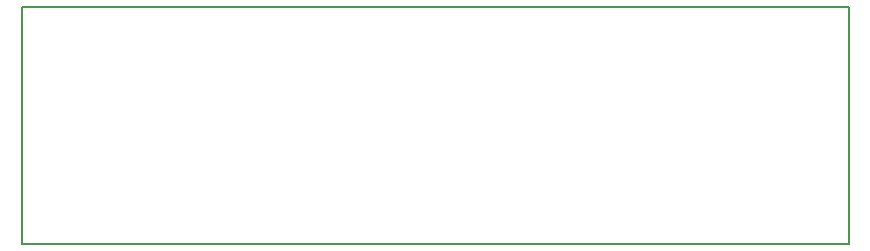
<source format=gko>
%TF.GenerationSoftware,KiCad,Pcbnew,(5.1.9)-1*%
%TF.CreationDate,2021-05-22T10:51:53+02:00*%
%TF.ProjectId,SPD_DC_MotorHBridge,5350445f-4443-45f4-9d6f-746f72484272,rev?*%
%TF.SameCoordinates,Original*%
%TF.FileFunction,Profile,NP*%
%FSLAX46Y46*%
G04 Gerber Fmt 4.6, Leading zero omitted, Abs format (unit mm)*
G04 Created by KiCad (PCBNEW (5.1.9)-1) date 2021-05-22 10:51:53*
%MOMM*%
%LPD*%
G01*
G04 APERTURE LIST*
%TA.AperFunction,Profile*%
%ADD10C,0.150000*%
%TD*%
G04 APERTURE END LIST*
D10*
X0Y-20066000D02*
X0Y0D01*
X70040500Y-20066000D02*
X0Y-20066000D01*
X70040500Y0D02*
X70040500Y-20066000D01*
X0Y0D02*
X70040500Y0D01*
M02*

</source>
